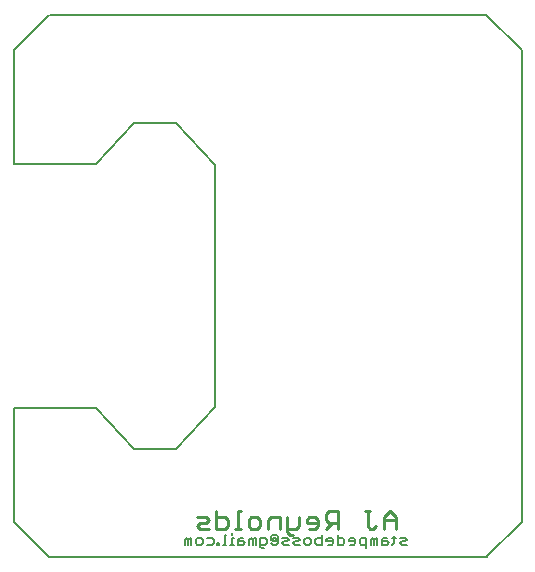
<source format=gbo>
G75*
%MOIN*%
%OFA0B0*%
%FSLAX25Y25*%
%IPPOS*%
%LPD*%
%AMOC8*
5,1,8,0,0,1.08239X$1,22.5*
%
%ADD10C,0.01100*%
%ADD11C,0.00600*%
%ADD12C,0.00500*%
D10*
X0066207Y0015534D02*
X0067191Y0014550D01*
X0070144Y0014550D01*
X0069159Y0016518D02*
X0070144Y0017503D01*
X0069159Y0018487D01*
X0066207Y0018487D01*
X0067191Y0016518D02*
X0069159Y0016518D01*
X0067191Y0016518D02*
X0066207Y0015534D01*
X0072652Y0014550D02*
X0075605Y0014550D01*
X0076589Y0015534D01*
X0076589Y0017503D01*
X0075605Y0018487D01*
X0072652Y0018487D01*
X0072652Y0020455D02*
X0072652Y0014550D01*
X0078918Y0014550D02*
X0080886Y0014550D01*
X0079902Y0014550D02*
X0079902Y0020455D01*
X0080886Y0020455D01*
X0083395Y0017503D02*
X0084379Y0018487D01*
X0086347Y0018487D01*
X0087332Y0017503D01*
X0087332Y0015534D01*
X0086347Y0014550D01*
X0084379Y0014550D01*
X0083395Y0015534D01*
X0083395Y0017503D01*
X0089840Y0017503D02*
X0089840Y0014550D01*
X0089840Y0017503D02*
X0090824Y0018487D01*
X0093777Y0018487D01*
X0093777Y0014550D01*
X0096286Y0014550D02*
X0099238Y0014550D01*
X0100223Y0015534D01*
X0100223Y0018487D01*
X0102731Y0017503D02*
X0102731Y0016518D01*
X0106668Y0016518D01*
X0106668Y0015534D02*
X0106668Y0017503D01*
X0105684Y0018487D01*
X0103715Y0018487D01*
X0102731Y0017503D01*
X0103715Y0014550D02*
X0105684Y0014550D01*
X0106668Y0015534D01*
X0109177Y0014550D02*
X0111145Y0016518D01*
X0110161Y0016518D02*
X0109177Y0017503D01*
X0109177Y0019471D01*
X0110161Y0020455D01*
X0113114Y0020455D01*
X0113114Y0014550D01*
X0113114Y0016518D02*
X0110161Y0016518D01*
X0098254Y0012582D02*
X0097270Y0012582D01*
X0096286Y0013566D01*
X0096286Y0018487D01*
X0122068Y0020455D02*
X0124036Y0020455D01*
X0123052Y0020455D02*
X0123052Y0015534D01*
X0124036Y0014550D01*
X0125020Y0014550D01*
X0126005Y0015534D01*
X0128513Y0014550D02*
X0128513Y0018487D01*
X0130482Y0020455D01*
X0132450Y0018487D01*
X0132450Y0014550D01*
X0132450Y0017503D02*
X0128513Y0017503D01*
D11*
X0005100Y0016911D02*
X0005100Y0055000D01*
X0032600Y0055000D01*
X0045100Y0041100D01*
X0059100Y0041100D01*
X0072100Y0055100D01*
X0072100Y0136021D01*
X0059100Y0150021D01*
X0045100Y0150021D01*
X0032600Y0136121D01*
X0005100Y0136121D01*
X0005100Y0174250D01*
X0016911Y0186061D01*
X0162580Y0186061D02*
X0174391Y0174250D01*
X0174391Y0016911D01*
X0162580Y0005100D01*
X0136200Y0009300D02*
X0134499Y0009300D01*
X0133931Y0009867D01*
X0134499Y0010434D01*
X0135633Y0010434D01*
X0136200Y0011001D01*
X0135633Y0011569D01*
X0133931Y0011569D01*
X0132517Y0011569D02*
X0131383Y0011569D01*
X0131950Y0012136D02*
X0131950Y0009867D01*
X0131383Y0009300D01*
X0130061Y0009867D02*
X0129494Y0010434D01*
X0127793Y0010434D01*
X0127793Y0011001D02*
X0127793Y0009300D01*
X0129494Y0009300D01*
X0130061Y0009867D01*
X0129494Y0011569D02*
X0128360Y0011569D01*
X0127793Y0011001D01*
X0126378Y0011569D02*
X0126378Y0009300D01*
X0125244Y0009300D02*
X0125244Y0011001D01*
X0124677Y0011569D01*
X0124110Y0011001D01*
X0124110Y0009300D01*
X0122695Y0009300D02*
X0120994Y0009300D01*
X0120427Y0009867D01*
X0120427Y0011001D01*
X0120994Y0011569D01*
X0122695Y0011569D01*
X0122695Y0008166D01*
X0125244Y0011001D02*
X0125811Y0011569D01*
X0126378Y0011569D01*
X0119012Y0011001D02*
X0118445Y0011569D01*
X0117311Y0011569D01*
X0116743Y0011001D01*
X0116743Y0010434D01*
X0119012Y0010434D01*
X0119012Y0009867D02*
X0119012Y0011001D01*
X0119012Y0009867D02*
X0118445Y0009300D01*
X0117311Y0009300D01*
X0115329Y0009867D02*
X0115329Y0011001D01*
X0114762Y0011569D01*
X0113060Y0011569D01*
X0113060Y0012703D02*
X0113060Y0009300D01*
X0114762Y0009300D01*
X0115329Y0009867D01*
X0111646Y0009867D02*
X0111079Y0009300D01*
X0109944Y0009300D01*
X0109377Y0010434D02*
X0111646Y0010434D01*
X0111646Y0009867D02*
X0111646Y0011001D01*
X0111079Y0011569D01*
X0109944Y0011569D01*
X0109377Y0011001D01*
X0109377Y0010434D01*
X0107963Y0009300D02*
X0106261Y0009300D01*
X0105694Y0009867D01*
X0105694Y0011001D01*
X0106261Y0011569D01*
X0107963Y0011569D01*
X0107963Y0012703D02*
X0107963Y0009300D01*
X0104279Y0009867D02*
X0103712Y0009300D01*
X0102578Y0009300D01*
X0102011Y0009867D01*
X0102011Y0011001D01*
X0102578Y0011569D01*
X0103712Y0011569D01*
X0104279Y0011001D01*
X0104279Y0009867D01*
X0100596Y0009300D02*
X0098895Y0009300D01*
X0098328Y0009867D01*
X0098895Y0010434D01*
X0100029Y0010434D01*
X0100596Y0011001D01*
X0100029Y0011569D01*
X0098328Y0011569D01*
X0096913Y0011001D02*
X0096346Y0011569D01*
X0094645Y0011569D01*
X0095212Y0010434D02*
X0096346Y0010434D01*
X0096913Y0011001D01*
X0096913Y0009300D02*
X0095212Y0009300D01*
X0094645Y0009867D01*
X0095212Y0010434D01*
X0093230Y0009867D02*
X0092663Y0009300D01*
X0091529Y0009300D01*
X0090961Y0009867D01*
X0091529Y0010434D02*
X0090961Y0011001D01*
X0090961Y0012136D01*
X0091529Y0012703D01*
X0092663Y0012703D01*
X0093230Y0012136D01*
X0093230Y0009867D01*
X0092663Y0010434D02*
X0092663Y0011569D01*
X0091529Y0011569D01*
X0091529Y0010434D01*
X0092663Y0010434D01*
X0089547Y0009867D02*
X0088980Y0009300D01*
X0087278Y0009300D01*
X0087278Y0008733D02*
X0087278Y0011569D01*
X0088980Y0011569D01*
X0089547Y0011001D01*
X0089547Y0009867D01*
X0088413Y0008166D02*
X0087845Y0008166D01*
X0087278Y0008733D01*
X0085864Y0009300D02*
X0085864Y0011569D01*
X0085297Y0011569D01*
X0084729Y0011001D01*
X0084162Y0011569D01*
X0083595Y0011001D01*
X0083595Y0009300D01*
X0084729Y0009300D02*
X0084729Y0011001D01*
X0082181Y0009867D02*
X0081613Y0010434D01*
X0079912Y0010434D01*
X0079912Y0011001D02*
X0079912Y0009300D01*
X0081613Y0009300D01*
X0082181Y0009867D01*
X0081613Y0011569D02*
X0080479Y0011569D01*
X0079912Y0011001D01*
X0078497Y0011569D02*
X0077930Y0011569D01*
X0077930Y0009300D01*
X0078497Y0009300D02*
X0077363Y0009300D01*
X0076042Y0009300D02*
X0074908Y0009300D01*
X0075475Y0009300D02*
X0075475Y0012703D01*
X0076042Y0012703D01*
X0077930Y0012703D02*
X0077930Y0013270D01*
X0073587Y0009867D02*
X0073587Y0009300D01*
X0073019Y0009300D01*
X0073019Y0009867D01*
X0073587Y0009867D01*
X0071745Y0009867D02*
X0071178Y0009300D01*
X0069476Y0009300D01*
X0068062Y0009867D02*
X0067495Y0009300D01*
X0066360Y0009300D01*
X0065793Y0009867D01*
X0065793Y0011001D01*
X0066360Y0011569D01*
X0067495Y0011569D01*
X0068062Y0011001D01*
X0068062Y0009867D01*
X0069476Y0011569D02*
X0071178Y0011569D01*
X0071745Y0011001D01*
X0071745Y0009867D01*
X0064379Y0009300D02*
X0064379Y0011569D01*
X0063812Y0011569D01*
X0063244Y0011001D01*
X0062677Y0011569D01*
X0062110Y0011001D01*
X0062110Y0009300D01*
X0063244Y0009300D02*
X0063244Y0011001D01*
X0016911Y0005100D02*
X0005100Y0016911D01*
D12*
X0017100Y0005100D02*
X0162726Y0005100D01*
X0162726Y0186021D02*
X0017100Y0186021D01*
M02*

</source>
